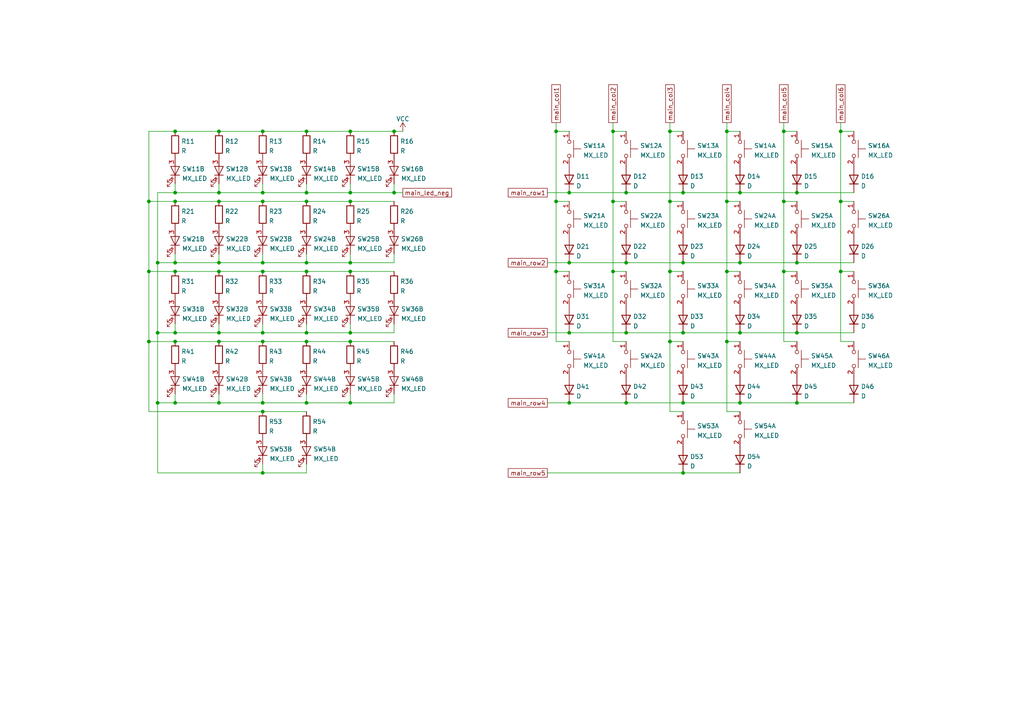
<source format=kicad_sch>
(kicad_sch (version 20210621) (generator eeschema)
  (paper "A4")
  (title_block (title "Manufold v2 Main Matrix") (date "2022-01-18") (rev "A"))
  (lib_symbols
    (symbol "Device:D" (pin_numbers hide) (pin_names (offset 1.016) hide)
      (property "Reference" "D" (at 0 2.54 0))
      (property "Value" "D" (at 0 -2.54 0))
      (symbol "D_0_1"
        (polyline (pts (xy -1.27 1.27) (xy -1.27 -1.27)) (stroke (width 0.254)))
        (polyline (pts (xy 1.27 0) (xy -1.27 0)))
        (polyline (pts (xy 1.27 1.27) (xy 1.27 -1.27) (xy -1.27 0) (xy 1.27 1.27)) (stroke (width 0.254)))
      )
      (symbol "D_1_1"
        (pin passive line (at -3.81 0 0) (length 2.54) (name "K") (number "1"))
        (pin passive line (at 3.81 0 180) (length 2.54) (name "A") (number "2"))
      )
    )
    (symbol "Device:R" (pin_numbers hide) (pin_names (offset 0))
      (property "Reference" "R" (at 2.032 0 90))
      (property "Value" "R" (at 0 0 90))
      (symbol "R_0_1"
        (rectangle (start -1.016 -2.54) (end 1.016 2.54) (stroke (width 0.254)))
      )
      (symbol "R_1_1"
        (pin passive line (at 0 3.81 270) (length 1.27) (name "~") (number "1"))
        (pin passive line (at 0 -3.81 90) (length 1.27) (name "~") (number "2"))
      )
    )
    (symbol "keebio:MX_LED" (pin_names (offset 1.016) hide)
      (property "Reference" "SW" (at 1.651 2.413 0))
      (property "Value" "MX_LED" (at 0 -3.81 0))
      (symbol "MX_LED_1_1"
        (circle (center -2.032 0) (radius 0.508))
        (polyline (pts (xy -2.54 1.27) (xy 2.54 1.27)))
        (polyline (pts (xy 0 1.27) (xy 0 3.429)))
        (circle (center 2.032 0) (radius 0.508))
        (pin passive line (at -5.08 0 0) (length 2.54) (name "1") (number "1"))
        (pin passive line (at 5.08 0 180) (length 2.54) (name "2") (number "2"))
      )
      (symbol "MX_LED_2_1"
        (polyline (pts (xy 1.27 -1.27) (xy 1.27 1.27)) (stroke (width 0.2032)))
        (polyline (pts (xy 1.27 0) (xy -1.27 0)))
        (polyline (pts (xy -1.27 -1.27) (xy -1.27 1.27) (xy 1.27 0) (xy -1.27 -1.27)) (stroke (width 0.2032)))
        (polyline (pts (xy 1.778 -0.762) (xy 3.302 -2.286) (xy 2.54 -2.286) (xy 3.302 -2.286) (xy 3.302 -1.524)))
        (polyline (pts (xy 3.048 -0.762) (xy 4.572 -2.286) (xy 3.81 -2.286) (xy 4.572 -2.286) (xy 4.572 -1.524)))
        (pin passive line (at -3.81 0 0) (length 2.54) (name "3") (number "3"))
        (pin passive line (at 3.81 0 180) (length 2.54) (name "4") (number "4"))
      )
    )
    (symbol "power:VCC" (power) (pin_names (offset 0))
      (property "Value" "VCC" (at 0 3.81 0))
      (symbol "VCC_0_1"
        (polyline (pts (xy -0.762 1.27) (xy 0 2.54)))
        (polyline (pts (xy 0 0) (xy 0 2.54)))
        (polyline (pts (xy 0 2.54) (xy 0.762 1.27)))
      )
      (symbol "VCC_1_1"
        (pin power_in line (at 0 0 90) (length 0) hide (name "VCC") (number "1"))
      )
    )
  )
  (junction (at 76.2 78.74))
  (junction (at 76.2 38.1))
  (junction (at 45.72 76.2))
  (junction (at 181.61 116.84))
  (junction (at 210.82 38.1))
  (junction (at 231.14 96.52))
  (junction (at 165.1 96.52))
  (junction (at 231.14 76.2))
  (junction (at 231.14 55.88))
  (junction (at 161.29 58.42))
  (junction (at 101.6 116.84))
  (junction (at 101.6 99.06))
  (junction (at 50.8 55.88))
  (junction (at 63.5 99.06))
  (junction (at 165.1 55.88))
  (junction (at 88.9 96.52))
  (junction (at 114.3 55.88))
  (junction (at 43.18 78.74))
  (junction (at 43.18 99.06))
  (junction (at 76.2 137.16))
  (junction (at 101.6 76.2))
  (junction (at 63.5 38.1))
  (junction (at 214.63 96.52))
  (junction (at 114.3 38.1))
  (junction (at 165.1 76.2))
  (junction (at 101.6 55.88))
  (junction (at 63.5 76.2))
  (junction (at 198.12 55.88))
  (junction (at 210.82 58.42))
  (junction (at 210.82 99.06))
  (junction (at 88.9 116.84))
  (junction (at 88.9 55.88))
  (junction (at 50.8 78.74))
  (junction (at 76.2 96.52))
  (junction (at 101.6 58.42))
  (junction (at 88.9 38.1))
  (junction (at 50.8 58.42))
  (junction (at 76.2 99.06))
  (junction (at 45.72 96.52))
  (junction (at 76.2 58.42))
  (junction (at 88.9 76.2))
  (junction (at 161.29 38.1))
  (junction (at 231.14 116.84))
  (junction (at 194.31 99.06))
  (junction (at 177.8 78.74))
  (junction (at 181.61 96.52))
  (junction (at 194.31 38.1))
  (junction (at 50.8 116.84))
  (junction (at 227.33 38.1))
  (junction (at 63.5 96.52))
  (junction (at 214.63 116.84))
  (junction (at 194.31 58.42))
  (junction (at 63.5 116.84))
  (junction (at 101.6 96.52))
  (junction (at 198.12 96.52))
  (junction (at 50.8 96.52))
  (junction (at 63.5 55.88))
  (junction (at 76.2 76.2))
  (junction (at 161.29 78.74))
  (junction (at 177.8 38.1))
  (junction (at 177.8 58.42))
  (junction (at 181.61 76.2))
  (junction (at 198.12 76.2))
  (junction (at 243.84 58.42))
  (junction (at 88.9 99.06))
  (junction (at 227.33 78.74))
  (junction (at 50.8 99.06))
  (junction (at 63.5 58.42))
  (junction (at 243.84 78.74))
  (junction (at 243.84 38.1))
  (junction (at 45.72 116.84))
  (junction (at 76.2 55.88))
  (junction (at 198.12 116.84))
  (junction (at 43.18 58.42))
  (junction (at 88.9 58.42))
  (junction (at 227.33 58.42))
  (junction (at 50.8 38.1))
  (junction (at 76.2 119.38))
  (junction (at 50.8 76.2))
  (junction (at 181.61 55.88))
  (junction (at 63.5 78.74))
  (junction (at 101.6 78.74))
  (junction (at 214.63 55.88))
  (junction (at 88.9 78.74))
  (junction (at 76.2 116.84))
  (junction (at 210.82 78.74))
  (junction (at 194.31 78.74))
  (junction (at 214.63 76.2))
  (junction (at 101.6 38.1))
  (junction (at 198.12 137.16))
  (junction (at 165.1 116.84))
  (wire (pts (xy 45.72 137.16) (xy 45.72 116.84)))
  (wire (pts (xy 76.2 137.16) (xy 45.72 137.16)))
  (wire (pts (xy 50.8 58.42) (xy 63.5 58.42)))
  (wire (pts (xy 181.61 96.52) (xy 198.12 96.52)))
  (wire (pts (xy 158.75 55.88) (xy 165.1 55.88)))
  (wire (pts (xy 177.8 38.1) (xy 177.8 58.42)))
  (wire (pts (xy 161.29 78.74) (xy 165.1 78.74)))
  (wire (pts (xy 101.6 38.1) (xy 114.3 38.1)))
  (wire (pts (xy 114.3 55.88) (xy 116.84 55.88)))
  (wire (pts (xy 214.63 76.2) (xy 231.14 76.2)))
  (wire (pts (xy 43.18 38.1) (xy 50.8 38.1)))
  (wire (pts (xy 194.31 38.1) (xy 194.31 58.42)))
  (wire (pts (xy 165.1 116.84) (xy 181.61 116.84)))
  (wire (pts (xy 198.12 96.52) (xy 214.63 96.52)))
  (wire (pts (xy 243.84 78.74) (xy 247.65 78.74)))
  (wire (pts (xy 114.3 114.3) (xy 114.3 116.84)))
  (wire (pts (xy 114.3 73.66) (xy 114.3 76.2)))
  (wire (pts (xy 161.29 35.56) (xy 161.29 38.1)))
  (wire (pts (xy 50.8 53.34) (xy 50.8 55.88)))
  (wire (pts (xy 227.33 78.74) (xy 231.14 78.74)))
  (wire (pts (xy 194.31 58.42) (xy 194.31 78.74)))
  (wire (pts (xy 43.18 78.74) (xy 50.8 78.74)))
  (wire (pts (xy 101.6 58.42) (xy 114.3 58.42)))
  (wire (pts (xy 165.1 76.2) (xy 181.61 76.2)))
  (wire (pts (xy 227.33 58.42) (xy 231.14 58.42)))
  (wire (pts (xy 194.31 78.74) (xy 198.12 78.74)))
  (wire (pts (xy 210.82 58.42) (xy 214.63 58.42)))
  (wire (pts (xy 76.2 99.06) (xy 88.9 99.06)))
  (wire (pts (xy 181.61 76.2) (xy 198.12 76.2)))
  (wire (pts (xy 76.2 78.74) (xy 88.9 78.74)))
  (wire (pts (xy 227.33 58.42) (xy 227.33 78.74)))
  (wire (pts (xy 177.8 58.42) (xy 177.8 78.74)))
  (wire (pts (xy 161.29 99.06) (xy 165.1 99.06)))
  (wire (pts (xy 76.2 134.62) (xy 76.2 137.16)))
  (wire (pts (xy 101.6 78.74) (xy 114.3 78.74)))
  (wire (pts (xy 76.2 58.42) (xy 88.9 58.42)))
  (wire (pts (xy 101.6 73.66) (xy 101.6 76.2)))
  (wire (pts (xy 210.82 99.06) (xy 210.82 119.38)))
  (wire (pts (xy 88.9 99.06) (xy 101.6 99.06)))
  (wire (pts (xy 243.84 35.56) (xy 243.84 38.1)))
  (wire (pts (xy 194.31 78.74) (xy 194.31 99.06)))
  (wire (pts (xy 177.8 35.56) (xy 177.8 38.1)))
  (wire (pts (xy 210.82 38.1) (xy 214.63 38.1)))
  (wire (pts (xy 88.9 53.34) (xy 88.9 55.88)))
  (wire (pts (xy 45.72 96.52) (xy 50.8 96.52)))
  (wire (pts (xy 50.8 96.52) (xy 63.5 96.52)))
  (wire (pts (xy 63.5 96.52) (xy 76.2 96.52)))
  (wire (pts (xy 88.9 96.52) (xy 101.6 96.52)))
  (wire (pts (xy 101.6 96.52) (xy 114.3 96.52)))
  (wire (pts (xy 76.2 96.52) (xy 88.9 96.52)))
  (wire (pts (xy 243.84 58.42) (xy 243.84 78.74)))
  (wire (pts (xy 231.14 96.52) (xy 247.65 96.52)))
  (wire (pts (xy 101.6 114.3) (xy 101.6 116.84)))
  (wire (pts (xy 76.2 93.98) (xy 76.2 96.52)))
  (wire (pts (xy 161.29 58.42) (xy 165.1 58.42)))
  (wire (pts (xy 227.33 38.1) (xy 227.33 58.42)))
  (wire (pts (xy 50.8 99.06) (xy 63.5 99.06)))
  (wire (pts (xy 158.75 76.2) (xy 165.1 76.2)))
  (wire (pts (xy 161.29 38.1) (xy 165.1 38.1)))
  (wire (pts (xy 63.5 114.3) (xy 63.5 116.84)))
  (wire (pts (xy 63.5 53.34) (xy 63.5 55.88)))
  (wire (pts (xy 214.63 96.52) (xy 231.14 96.52)))
  (wire (pts (xy 63.5 78.74) (xy 76.2 78.74)))
  (wire (pts (xy 63.5 38.1) (xy 76.2 38.1)))
  (wire (pts (xy 114.3 38.1) (xy 116.84 38.1)))
  (wire (pts (xy 227.33 99.06) (xy 231.14 99.06)))
  (wire (pts (xy 194.31 38.1) (xy 198.12 38.1)))
  (wire (pts (xy 114.3 93.98) (xy 114.3 96.52)))
  (wire (pts (xy 50.8 73.66) (xy 50.8 76.2)))
  (wire (pts (xy 88.9 73.66) (xy 88.9 76.2)))
  (wire (pts (xy 43.18 99.06) (xy 50.8 99.06)))
  (wire (pts (xy 231.14 76.2) (xy 247.65 76.2)))
  (wire (pts (xy 177.8 78.74) (xy 181.61 78.74)))
  (wire (pts (xy 231.14 55.88) (xy 247.65 55.88)))
  (wire (pts (xy 158.75 116.84) (xy 165.1 116.84)))
  (wire (pts (xy 43.18 58.42) (xy 50.8 58.42)))
  (wire (pts (xy 231.14 116.84) (xy 247.65 116.84)))
  (wire (pts (xy 101.6 53.34) (xy 101.6 55.88)))
  (wire (pts (xy 50.8 114.3) (xy 50.8 116.84)))
  (wire (pts (xy 43.18 119.38) (xy 43.18 99.06)))
  (wire (pts (xy 76.2 119.38) (xy 43.18 119.38)))
  (wire (pts (xy 227.33 38.1) (xy 231.14 38.1)))
  (wire (pts (xy 63.5 58.42) (xy 76.2 58.42)))
  (wire (pts (xy 161.29 78.74) (xy 161.29 99.06)))
  (wire (pts (xy 181.61 116.84) (xy 198.12 116.84)))
  (wire (pts (xy 243.84 38.1) (xy 247.65 38.1)))
  (wire (pts (xy 88.9 38.1) (xy 101.6 38.1)))
  (wire (pts (xy 76.2 53.34) (xy 76.2 55.88)))
  (wire (pts (xy 161.29 38.1) (xy 161.29 58.42)))
  (wire (pts (xy 101.6 99.06) (xy 114.3 99.06)))
  (wire (pts (xy 198.12 137.16) (xy 214.63 137.16)))
  (wire (pts (xy 88.9 78.74) (xy 101.6 78.74)))
  (wire (pts (xy 50.8 78.74) (xy 63.5 78.74)))
  (wire (pts (xy 45.72 116.84) (xy 50.8 116.84)))
  (wire (pts (xy 101.6 93.98) (xy 101.6 96.52)))
  (wire (pts (xy 88.9 114.3) (xy 88.9 116.84)))
  (wire (pts (xy 243.84 38.1) (xy 243.84 58.42)))
  (wire (pts (xy 50.8 93.98) (xy 50.8 96.52)))
  (wire (pts (xy 243.84 99.06) (xy 247.65 99.06)))
  (wire (pts (xy 45.72 55.88) (xy 50.8 55.88)))
  (wire (pts (xy 177.8 38.1) (xy 181.61 38.1)))
  (wire (pts (xy 158.75 137.16) (xy 198.12 137.16)))
  (wire (pts (xy 76.2 119.38) (xy 88.9 119.38)))
  (wire (pts (xy 210.82 99.06) (xy 214.63 99.06)))
  (wire (pts (xy 158.75 96.52) (xy 165.1 96.52)))
  (wire (pts (xy 50.8 38.1) (xy 63.5 38.1)))
  (wire (pts (xy 210.82 35.56) (xy 210.82 38.1)))
  (wire (pts (xy 63.5 73.66) (xy 63.5 76.2)))
  (wire (pts (xy 114.3 53.34) (xy 114.3 55.88)))
  (wire (pts (xy 214.63 55.88) (xy 231.14 55.88)))
  (wire (pts (xy 76.2 137.16) (xy 88.9 137.16)))
  (wire (pts (xy 194.31 99.06) (xy 198.12 99.06)))
  (wire (pts (xy 63.5 93.98) (xy 63.5 96.52)))
  (wire (pts (xy 243.84 78.74) (xy 243.84 99.06)))
  (wire (pts (xy 50.8 116.84) (xy 63.5 116.84)))
  (wire (pts (xy 88.9 116.84) (xy 101.6 116.84)))
  (wire (pts (xy 76.2 116.84) (xy 88.9 116.84)))
  (wire (pts (xy 101.6 116.84) (xy 114.3 116.84)))
  (wire (pts (xy 63.5 116.84) (xy 76.2 116.84)))
  (wire (pts (xy 214.63 116.84) (xy 231.14 116.84)))
  (wire (pts (xy 194.31 119.38) (xy 198.12 119.38)))
  (wire (pts (xy 210.82 119.38) (xy 214.63 119.38)))
  (wire (pts (xy 177.8 99.06) (xy 181.61 99.06)))
  (wire (pts (xy 227.33 35.56) (xy 227.33 38.1)))
  (wire (pts (xy 88.9 134.62) (xy 88.9 137.16)))
  (wire (pts (xy 198.12 55.88) (xy 214.63 55.88)))
  (wire (pts (xy 227.33 78.74) (xy 227.33 99.06)))
  (wire (pts (xy 76.2 73.66) (xy 76.2 76.2)))
  (wire (pts (xy 194.31 35.56) (xy 194.31 38.1)))
  (wire (pts (xy 210.82 58.42) (xy 210.82 78.74)))
  (wire (pts (xy 210.82 38.1) (xy 210.82 58.42)))
  (wire (pts (xy 243.84 58.42) (xy 247.65 58.42)))
  (wire (pts (xy 165.1 55.88) (xy 181.61 55.88)))
  (wire (pts (xy 194.31 99.06) (xy 194.31 119.38)))
  (wire (pts (xy 50.8 55.88) (xy 63.5 55.88)))
  (wire (pts (xy 63.5 55.88) (xy 76.2 55.88)))
  (wire (pts (xy 76.2 55.88) (xy 88.9 55.88)))
  (wire (pts (xy 88.9 55.88) (xy 101.6 55.88)))
  (wire (pts (xy 101.6 55.88) (xy 114.3 55.88)))
  (wire (pts (xy 88.9 93.98) (xy 88.9 96.52)))
  (wire (pts (xy 210.82 78.74) (xy 214.63 78.74)))
  (wire (pts (xy 76.2 38.1) (xy 88.9 38.1)))
  (wire (pts (xy 88.9 58.42) (xy 101.6 58.42)))
  (wire (pts (xy 177.8 78.74) (xy 177.8 99.06)))
  (wire (pts (xy 165.1 96.52) (xy 181.61 96.52)))
  (wire (pts (xy 161.29 58.42) (xy 161.29 78.74)))
  (wire (pts (xy 50.8 76.2) (xy 63.5 76.2)))
  (wire (pts (xy 63.5 76.2) (xy 76.2 76.2)))
  (wire (pts (xy 101.6 76.2) (xy 114.3 76.2)))
  (wire (pts (xy 88.9 76.2) (xy 101.6 76.2)))
  (wire (pts (xy 76.2 76.2) (xy 88.9 76.2)))
  (wire (pts (xy 181.61 55.88) (xy 198.12 55.88)))
  (wire (pts (xy 43.18 38.1) (xy 43.18 58.42)))
  (wire (pts (xy 43.18 58.42) (xy 43.18 78.74)))
  (wire (pts (xy 43.18 78.74) (xy 43.18 99.06)))
  (wire (pts (xy 177.8 58.42) (xy 181.61 58.42)))
  (wire (pts (xy 45.72 76.2) (xy 50.8 76.2)))
  (wire (pts (xy 45.72 55.88) (xy 45.72 76.2)))
  (wire (pts (xy 45.72 76.2) (xy 45.72 96.52)))
  (wire (pts (xy 45.72 96.52) (xy 45.72 116.84)))
  (wire (pts (xy 210.82 78.74) (xy 210.82 99.06)))
  (wire (pts (xy 198.12 116.84) (xy 214.63 116.84)))
  (wire (pts (xy 63.5 99.06) (xy 76.2 99.06)))
  (wire (pts (xy 194.31 58.42) (xy 198.12 58.42)))
  (wire (pts (xy 198.12 76.2) (xy 214.63 76.2)))
  (wire (pts (xy 76.2 114.3) (xy 76.2 116.84)))
  (global_label "main_led_neg" (shape passive) (at 116.84 55.88 0) (property "Intersheet References" "${INTERSHEET_REFS}" (effects hide)))
  (global_label "main_col2" (shape passive) (at 177.8 35.56 90) (property "Intersheet References" "${INTERSHEET_REFS}" (effects hide)))
  (global_label "main_col4" (shape passive) (at 210.82 35.56 90) (property "Intersheet References" "${INTERSHEET_REFS}" (effects hide)))
  (global_label "main_row4" (shape passive) (at 158.75 116.84 180) (property "Intersheet References" "${INTERSHEET_REFS}" (effects hide)))
  (global_label "main_row5" (shape passive) (at 158.75 137.16 180) (property "Intersheet References" "${INTERSHEET_REFS}" (effects hide)))
  (global_label "main_col6" (shape passive) (at 243.84 35.56 90) (property "Intersheet References" "${INTERSHEET_REFS}" (effects hide)))
  (global_label "main_col1" (shape passive) (at 161.29 35.56 90) (property "Intersheet References" "${INTERSHEET_REFS}" (effects hide)))
  (global_label "main_col5" (shape passive) (at 227.33 35.56 90) (property "Intersheet References" "${INTERSHEET_REFS}" (effects hide)))
  (global_label "main_col3" (shape passive) (at 194.31 35.56 90) (property "Intersheet References" "${INTERSHEET_REFS}" (effects hide)))
  (global_label "main_row2" (shape passive) (at 158.75 76.2 180) (property "Intersheet References" "${INTERSHEET_REFS}" (effects hide)))
  (global_label "main_row1" (shape passive) (at 158.75 55.88 180) (property "Intersheet References" "${INTERSHEET_REFS}" (effects hide)))
  (global_label "main_row3" (shape passive) (at 158.75 96.52 180) (property "Intersheet References" "${INTERSHEET_REFS}" (effects hide)))
  (symbol (lib_id "Device:D") (at 231.14 52.07 90) (unit 1)
    (property "Reference" "D15" (at 233.172 51.1615 90) (effects (justify right)))
    (property "Value" "D" (at 233.172 53.9366 90) (effects (justify right)))
    (property "Footprint" "keebio:Diode-dual" (effects hide))
  )
  (symbol (lib_id "keebio:MX_LED") (at 76.2 110.49 270) (unit 2)
    (property "Reference" "SW43" (at 78.2066 109.9624 90) (effects (justify left)))
    (property "Value" "MX_LED" (at 78.2066 112.7375 90) (effects (justify left)))
    (property "Footprint" "keebio:Triple-Dual-1u-LED" (effects hide))
  )
  (symbol (lib_id "Device:D") (at 165.1 72.39 90) (unit 1)
    (property "Reference" "D21" (at 167.132 71.4815 90) (effects (justify right)))
    (property "Value" "D" (at 167.132 74.2566 90) (effects (justify right)))
    (property "Footprint" "keebio:Diode-dual" (effects hide))
  )
  (symbol (lib_id "keebio:MX_LED") (at 50.8 69.85 270) (unit 2)
    (property "Reference" "SW21" (at 52.8066 69.3224 90) (effects (justify left)))
    (property "Value" "MX_LED" (at 52.8066 72.0975 90) (effects (justify left)))
    (property "Footprint" "keebio:Triple-Dual-1u-LED" (effects hide))
  )
  (symbol (lib_id "Device:D") (at 247.65 92.71 90) (unit 1)
    (property "Reference" "D36" (at 249.682 91.8015 90) (effects (justify right)))
    (property "Value" "D" (at 249.682 94.5766 90) (effects (justify right)))
    (property "Footprint" "keebio:Diode-dual" (effects hide))
  )
  (symbol (lib_id "keebio:MX_LED") (at 198.12 83.82 270) (unit 1)
    (property "Reference" "SW33" (at 202.184 82.9115 90) (effects (justify left)))
    (property "Value" "MX_LED" (at 202.184 85.6866 90) (effects (justify left)))
    (property "Footprint" "keebio:Triple-Dual-1u-LED" (effects hide))
  )
  (symbol (lib_id "Device:R") (at 50.8 62.23 0) (unit 1)
    (property "Reference" "R21" (at 52.578 61.3215 0) (effects (justify left)))
    (property "Value" "R" (at 52.578 64.0966 0) (effects (justify left)))
    (property "Footprint" "keebio:Resistor-Hybrid" (effects hide))
  )
  (symbol (lib_id "Device:D") (at 214.63 133.35 90) (unit 1)
    (property "Reference" "D54" (at 216.662 132.4415 90) (effects (justify right)))
    (property "Value" "D" (at 216.662 135.2166 90) (effects (justify right)))
    (property "Footprint" "keebio:Diode-dual" (effects hide))
  )
  (symbol (lib_id "keebio:MX_LED") (at 114.3 110.49 270) (unit 2)
    (property "Reference" "SW46" (at 116.3066 109.9624 90) (effects (justify left)))
    (property "Value" "MX_LED" (at 116.3066 112.7375 90) (effects (justify left)))
    (property "Footprint" "keebio:Triple-Dual-1u-LED" (effects hide))
  )
  (symbol (lib_id "keebio:MX_LED") (at 114.3 90.17 270) (unit 2)
    (property "Reference" "SW36" (at 116.3066 89.6424 90) (effects (justify left)))
    (property "Value" "MX_LED" (at 116.3066 92.4175 90) (effects (justify left)))
    (property "Footprint" "keebio:Triple-Dual-1u-LED" (effects hide))
  )
  (symbol (lib_id "Device:D") (at 198.12 113.03 90) (unit 1)
    (property "Reference" "D43" (at 200.152 112.1215 90) (effects (justify right)))
    (property "Value" "D" (at 200.152 114.8966 90) (effects (justify right)))
    (property "Footprint" "keebio:Diode-dual" (effects hide))
  )
  (symbol (lib_id "keebio:MX_LED") (at 63.5 69.85 270) (unit 2)
    (property "Reference" "SW22" (at 65.5066 69.3224 90) (effects (justify left)))
    (property "Value" "MX_LED" (at 65.5066 72.0975 90) (effects (justify left)))
    (property "Footprint" "keebio:Triple-Dual-1u-LED" (effects hide))
  )
  (symbol (lib_id "keebio:MX_LED") (at 231.14 63.5 270) (unit 1)
    (property "Reference" "SW25" (at 235.204 62.5915 90) (effects (justify left)))
    (property "Value" "MX_LED" (at 235.204 65.3666 90) (effects (justify left)))
    (property "Footprint" "keebio:Triple-Dual-1u-LED" (effects hide))
  )
  (symbol (lib_id "keebio:MX_LED") (at 247.65 63.5 270) (unit 1)
    (property "Reference" "SW26" (at 251.714 62.5915 90) (effects (justify left)))
    (property "Value" "MX_LED" (at 251.714 65.3666 90) (effects (justify left)))
    (property "Footprint" "keebio:Triple-Dual-1u-LED" (effects hide))
  )
  (symbol (lib_id "keebio:MX_LED") (at 88.9 90.17 270) (unit 2)
    (property "Reference" "SW34" (at 90.9066 89.6424 90) (effects (justify left)))
    (property "Value" "MX_LED" (at 90.9066 92.4175 90) (effects (justify left)))
    (property "Footprint" "keebio:Triple-Dual-1u-LED" (effects hide))
  )
  (symbol (lib_id "Device:R") (at 114.3 62.23 0) (unit 1)
    (property "Reference" "R26" (at 116.078 61.3215 0) (effects (justify left)))
    (property "Value" "R" (at 116.078 64.0966 0) (effects (justify left)))
    (property "Footprint" "keebio:Resistor-Hybrid" (effects hide))
  )
  (symbol (lib_id "Device:D") (at 247.65 113.03 90) (unit 1)
    (property "Reference" "D46" (at 249.682 112.1215 90) (effects (justify right)))
    (property "Value" "D" (at 249.682 114.8966 90) (effects (justify right)))
    (property "Footprint" "keebio:Diode-dual" (effects hide))
  )
  (symbol (lib_id "Device:D") (at 181.61 92.71 90) (unit 1)
    (property "Reference" "D32" (at 183.642 91.8015 90) (effects (justify right)))
    (property "Value" "D" (at 183.642 94.5766 90) (effects (justify right)))
    (property "Footprint" "keebio:Diode-dual" (effects hide))
  )
  (symbol (lib_id "keebio:MX_LED") (at 247.65 83.82 270) (unit 1)
    (property "Reference" "SW36" (at 251.714 82.9115 90) (effects (justify left)))
    (property "Value" "MX_LED" (at 251.714 85.6866 90) (effects (justify left)))
    (property "Footprint" "keebio:Triple-Dual-1u-LED" (effects hide))
  )
  (symbol (lib_id "keebio:MX_LED") (at 76.2 90.17 270) (unit 2)
    (property "Reference" "SW33" (at 78.2066 89.6424 90) (effects (justify left)))
    (property "Value" "MX_LED" (at 78.2066 92.4175 90) (effects (justify left)))
    (property "Footprint" "keebio:Triple-Dual-1u-LED" (effects hide))
  )
  (symbol (lib_id "keebio:MX_LED") (at 214.63 83.82 270) (unit 1)
    (property "Reference" "SW34" (at 218.694 82.9115 90) (effects (justify left)))
    (property "Value" "MX_LED" (at 218.694 85.6866 90) (effects (justify left)))
    (property "Footprint" "keebio:Triple-Dual-1u-LED" (effects hide))
  )
  (symbol (lib_id "Device:R") (at 50.8 102.87 0) (unit 1)
    (property "Reference" "R41" (at 52.578 101.9615 0) (effects (justify left)))
    (property "Value" "R" (at 52.578 104.7366 0) (effects (justify left)))
    (property "Footprint" "keebio:Resistor-Hybrid" (effects hide))
  )
  (symbol (lib_id "keebio:MX_LED") (at 181.61 63.5 270) (unit 1)
    (property "Reference" "SW22" (at 185.674 62.5915 90) (effects (justify left)))
    (property "Value" "MX_LED" (at 185.674 65.3666 90) (effects (justify left)))
    (property "Footprint" "keebio:Triple-Dual-1u-LED" (effects hide))
  )
  (symbol (lib_id "Device:R") (at 76.2 82.55 0) (unit 1)
    (property "Reference" "R33" (at 77.978 81.6415 0) (effects (justify left)))
    (property "Value" "R" (at 77.978 84.4166 0) (effects (justify left)))
    (property "Footprint" "keebio:Resistor-Hybrid" (effects hide))
  )
  (symbol (lib_id "Device:D") (at 214.63 52.07 90) (unit 1)
    (property "Reference" "D14" (at 216.662 51.1615 90) (effects (justify right)))
    (property "Value" "D" (at 216.662 53.9366 90) (effects (justify right)))
    (property "Footprint" "keebio:Diode-dual" (effects hide))
  )
  (symbol (lib_id "keebio:MX_LED") (at 76.2 130.81 270) (unit 2)
    (property "Reference" "SW53" (at 78.2066 130.2824 90) (effects (justify left)))
    (property "Value" "MX_LED" (at 78.2066 133.0575 90) (effects (justify left)))
    (property "Footprint" "keebio:Triple-Dual-1u-LED" (effects hide))
  )
  (symbol (lib_id "Device:R") (at 101.6 102.87 0) (unit 1)
    (property "Reference" "R45" (at 103.378 101.9615 0) (effects (justify left)))
    (property "Value" "R" (at 103.378 104.7366 0) (effects (justify left)))
    (property "Footprint" "keebio:Resistor-Hybrid" (effects hide))
  )
  (symbol (lib_id "Device:R") (at 76.2 123.19 0) (unit 1)
    (property "Reference" "R53" (at 77.978 122.2815 0) (effects (justify left)))
    (property "Value" "R" (at 77.978 125.0566 0) (effects (justify left)))
    (property "Footprint" "keebio:Resistor-Hybrid" (effects hide))
  )
  (symbol (lib_id "keebio:MX_LED") (at 231.14 43.18 270) (unit 1)
    (property "Reference" "SW15" (at 235.204 42.2715 90) (effects (justify left)))
    (property "Value" "MX_LED" (at 235.204 45.0466 90) (effects (justify left)))
    (property "Footprint" "keebio:Triple-Dual-1u-LED" (effects hide))
  )
  (symbol (lib_id "Device:R") (at 114.3 82.55 0) (unit 1)
    (property "Reference" "R36" (at 116.078 81.6415 0) (effects (justify left)))
    (property "Value" "R" (at 116.078 84.4166 0) (effects (justify left)))
    (property "Footprint" "keebio:Resistor-Hybrid" (effects hide))
  )
  (symbol (lib_id "Device:D") (at 181.61 52.07 90) (unit 1)
    (property "Reference" "D12" (at 183.642 51.1615 90) (effects (justify right)))
    (property "Value" "D" (at 183.642 53.9366 90) (effects (justify right)))
    (property "Footprint" "keebio:Diode-dual" (effects hide))
  )
  (symbol (lib_id "keebio:MX_LED") (at 231.14 104.14 270) (unit 1)
    (property "Reference" "SW45" (at 235.204 103.2315 90) (effects (justify left)))
    (property "Value" "MX_LED" (at 235.204 106.0066 90) (effects (justify left)))
    (property "Footprint" "keebio:Triple-Dual-1u-LED" (effects hide))
  )
  (symbol (lib_id "keebio:MX_LED") (at 198.12 63.5 270) (unit 1)
    (property "Reference" "SW23" (at 202.184 62.5915 90) (effects (justify left)))
    (property "Value" "MX_LED" (at 202.184 65.3666 90) (effects (justify left)))
    (property "Footprint" "keebio:Triple-Dual-1u-LED" (effects hide))
  )
  (symbol (lib_id "Device:R") (at 101.6 41.91 0) (unit 1)
    (property "Reference" "R15" (at 103.378 41.0015 0) (effects (justify left)))
    (property "Value" "R" (at 103.378 43.7766 0) (effects (justify left)))
    (property "Footprint" "keebio:Resistor-Hybrid" (effects hide))
  )
  (symbol (lib_id "Device:R") (at 63.5 102.87 0) (unit 1)
    (property "Reference" "R42" (at 65.278 101.9615 0) (effects (justify left)))
    (property "Value" "R" (at 65.278 104.7366 0) (effects (justify left)))
    (property "Footprint" "keebio:Resistor-Hybrid" (effects hide))
  )
  (symbol (lib_id "Device:R") (at 63.5 41.91 0) (unit 1)
    (property "Reference" "R12" (at 65.278 41.0015 0) (effects (justify left)))
    (property "Value" "R" (at 65.278 43.7766 0) (effects (justify left)))
    (property "Footprint" "keebio:Resistor-Hybrid" (effects hide))
  )
  (symbol (lib_id "keebio:MX_LED") (at 88.9 110.49 270) (unit 2)
    (property "Reference" "SW44" (at 90.9066 109.9624 90) (effects (justify left)))
    (property "Value" "MX_LED" (at 90.9066 112.7375 90) (effects (justify left)))
    (property "Footprint" "keebio:Triple-Dual-1u-LED" (effects hide))
  )
  (symbol (lib_id "Device:R") (at 88.9 41.91 0) (unit 1)
    (property "Reference" "R14" (at 90.678 41.0015 0) (effects (justify left)))
    (property "Value" "R" (at 90.678 43.7766 0) (effects (justify left)))
    (property "Footprint" "keebio:Resistor-Hybrid" (effects hide))
  )
  (symbol (lib_id "keebio:MX_LED") (at 114.3 69.85 270) (unit 2)
    (property "Reference" "SW26" (at 116.3066 69.3224 90) (effects (justify left)))
    (property "Value" "MX_LED" (at 116.3066 72.0975 90) (effects (justify left)))
    (property "Footprint" "keebio:Triple-Dual-1u-LED" (effects hide))
  )
  (symbol (lib_id "Device:D") (at 198.12 52.07 90) (unit 1)
    (property "Reference" "D13" (at 200.152 51.1615 90) (effects (justify right)))
    (property "Value" "D" (at 200.152 53.9366 90) (effects (justify right)))
    (property "Footprint" "keebio:Diode-dual" (effects hide))
  )
  (symbol (lib_id "Device:D") (at 165.1 113.03 90) (unit 1)
    (property "Reference" "D41" (at 167.132 112.1215 90) (effects (justify right)))
    (property "Value" "D" (at 167.132 114.8966 90) (effects (justify right)))
    (property "Footprint" "keebio:Diode-dual" (effects hide))
  )
  (symbol (lib_id "keebio:MX_LED") (at 165.1 43.18 270) (unit 1)
    (property "Reference" "SW11" (at 169.164 42.2715 90) (effects (justify left)))
    (property "Value" "MX_LED" (at 169.164 45.0466 90) (effects (justify left)))
    (property "Footprint" "keebio:Triple-Dual-1u-LED" (effects hide))
  )
  (symbol (lib_id "Device:R") (at 63.5 62.23 0) (unit 1)
    (property "Reference" "R22" (at 65.278 61.3215 0) (effects (justify left)))
    (property "Value" "R" (at 65.278 64.0966 0) (effects (justify left)))
    (property "Footprint" "keebio:Resistor-Hybrid" (effects hide))
  )
  (symbol (lib_id "keebio:MX_LED") (at 181.61 104.14 270) (unit 1)
    (property "Reference" "SW42" (at 185.674 103.2315 90) (effects (justify left)))
    (property "Value" "MX_LED" (at 185.674 106.0066 90) (effects (justify left)))
    (property "Footprint" "keebio:Triple-Dual-1u-LED" (effects hide))
  )
  (symbol (lib_id "keebio:MX_LED") (at 247.65 43.18 270) (unit 1)
    (property "Reference" "SW16" (at 251.714 42.2715 90) (effects (justify left)))
    (property "Value" "MX_LED" (at 251.714 45.0466 90) (effects (justify left)))
    (property "Footprint" "keebio:Triple-Dual-1u-LED" (effects hide))
  )
  (symbol (lib_id "Device:R") (at 76.2 62.23 0) (unit 1)
    (property "Reference" "R23" (at 77.978 61.3215 0) (effects (justify left)))
    (property "Value" "R" (at 77.978 64.0966 0) (effects (justify left)))
    (property "Footprint" "keebio:Resistor-Hybrid" (effects hide))
  )
  (symbol (lib_id "keebio:MX_LED") (at 214.63 43.18 270) (unit 1)
    (property "Reference" "SW14" (at 218.694 42.2715 90) (effects (justify left)))
    (property "Value" "MX_LED" (at 218.694 45.0466 90) (effects (justify left)))
    (property "Footprint" "keebio:Triple-Dual-1u-LED" (effects hide))
  )
  (symbol (lib_id "keebio:MX_LED") (at 231.14 83.82 270) (unit 1)
    (property "Reference" "SW35" (at 235.204 82.9115 90) (effects (justify left)))
    (property "Value" "MX_LED" (at 235.204 85.6866 90) (effects (justify left)))
    (property "Footprint" "keebio:Triple-Dual-1u-LED" (effects hide))
  )
  (symbol (lib_id "Device:R") (at 101.6 62.23 0) (unit 1)
    (property "Reference" "R25" (at 103.378 61.3215 0) (effects (justify left)))
    (property "Value" "R" (at 103.378 64.0966 0) (effects (justify left)))
    (property "Footprint" "keebio:Resistor-Hybrid" (effects hide))
  )
  (symbol (lib_id "Device:R") (at 63.5 82.55 0) (unit 1)
    (property "Reference" "R32" (at 65.278 81.6415 0) (effects (justify left)))
    (property "Value" "R" (at 65.278 84.4166 0) (effects (justify left)))
    (property "Footprint" "keebio:Resistor-Hybrid" (effects hide))
  )
  (symbol (lib_id "Device:R") (at 50.8 82.55 0) (unit 1)
    (property "Reference" "R31" (at 52.578 81.6415 0) (effects (justify left)))
    (property "Value" "R" (at 52.578 84.4166 0) (effects (justify left)))
    (property "Footprint" "keebio:Resistor-Hybrid" (effects hide))
  )
  (symbol (lib_id "Device:D") (at 214.63 113.03 90) (unit 1)
    (property "Reference" "D44" (at 216.662 112.1215 90) (effects (justify right)))
    (property "Value" "D" (at 216.662 114.8966 90) (effects (justify right)))
    (property "Footprint" "keebio:Diode-dual" (effects hide))
  )
  (symbol (lib_id "keebio:MX_LED") (at 76.2 69.85 270) (unit 2)
    (property "Reference" "SW23" (at 78.2066 69.3224 90) (effects (justify left)))
    (property "Value" "MX_LED" (at 78.2066 72.0975 90) (effects (justify left)))
    (property "Footprint" "keebio:Triple-Dual-1u-LED" (effects hide))
  )
  (symbol (lib_id "Device:D") (at 198.12 72.39 90) (unit 1)
    (property "Reference" "D23" (at 200.152 71.4815 90) (effects (justify right)))
    (property "Value" "D" (at 200.152 74.2566 90) (effects (justify right)))
    (property "Footprint" "keebio:Diode-dual" (effects hide))
  )
  (symbol (lib_id "Device:D") (at 247.65 72.39 90) (unit 1)
    (property "Reference" "D26" (at 249.682 71.4815 90) (effects (justify right)))
    (property "Value" "D" (at 249.682 74.2566 90) (effects (justify right)))
    (property "Footprint" "keebio:Diode-dual" (effects hide))
  )
  (symbol (lib_id "keebio:MX_LED") (at 101.6 110.49 270) (unit 2)
    (property "Reference" "SW45" (at 103.6066 109.9624 90) (effects (justify left)))
    (property "Value" "MX_LED" (at 103.6066 112.7375 90) (effects (justify left)))
    (property "Footprint" "keebio:Triple-Dual-1u-LED" (effects hide))
  )
  (symbol (lib_id "keebio:MX_LED") (at 101.6 90.17 270) (unit 2)
    (property "Reference" "SW35" (at 103.6066 89.6424 90) (effects (justify left)))
    (property "Value" "MX_LED" (at 103.6066 92.4175 90) (effects (justify left)))
    (property "Footprint" "keebio:Triple-Dual-1u-LED" (effects hide))
  )
  (symbol (lib_id "Device:R") (at 114.3 102.87 0) (unit 1)
    (property "Reference" "R46" (at 116.078 101.9615 0) (effects (justify left)))
    (property "Value" "R" (at 116.078 104.7366 0) (effects (justify left)))
    (property "Footprint" "keebio:Resistor-Hybrid" (effects hide))
  )
  (symbol (lib_id "keebio:MX_LED") (at 247.65 104.14 270) (unit 1)
    (property "Reference" "SW46" (at 251.714 103.2315 90) (effects (justify left)))
    (property "Value" "MX_LED" (at 251.714 106.0066 90) (effects (justify left)))
    (property "Footprint" "keebio:Triple-Dual-1u-LED" (effects hide))
  )
  (symbol (lib_id "keebio:MX_LED") (at 165.1 104.14 270) (unit 1)
    (property "Reference" "SW41" (at 169.164 103.2315 90) (effects (justify left)))
    (property "Value" "MX_LED" (at 169.164 106.0066 90) (effects (justify left)))
    (property "Footprint" "keebio:Triple-Dual-1u-LED" (effects hide))
  )
  (symbol (lib_id "Device:R") (at 88.9 102.87 0) (unit 1)
    (property "Reference" "R44" (at 90.678 101.9615 0) (effects (justify left)))
    (property "Value" "R" (at 90.678 104.7366 0) (effects (justify left)))
    (property "Footprint" "keebio:Resistor-Hybrid" (effects hide))
  )
  (symbol (lib_id "keebio:MX_LED") (at 63.5 49.53 270) (unit 2)
    (property "Reference" "SW12" (at 65.5066 49.0024 90) (effects (justify left)))
    (property "Value" "MX_LED" (at 65.5066 51.7775 90) (effects (justify left)))
    (property "Footprint" "keebio:Triple-Dual-1u-LED" (effects hide))
  )
  (symbol (lib_id "keebio:MX_LED") (at 181.61 43.18 270) (unit 1)
    (property "Reference" "SW12" (at 185.674 42.2715 90) (effects (justify left)))
    (property "Value" "MX_LED" (at 185.674 45.0466 90) (effects (justify left)))
    (property "Footprint" "keebio:Triple-Dual-1u-LED" (effects hide))
  )
  (symbol (lib_id "keebio:MX_LED") (at 198.12 104.14 270) (unit 1)
    (property "Reference" "SW43" (at 202.184 103.2315 90) (effects (justify left)))
    (property "Value" "MX_LED" (at 202.184 106.0066 90) (effects (justify left)))
    (property "Footprint" "keebio:Triple-Dual-1u-LED" (effects hide))
  )
  (symbol (lib_id "keebio:MX_LED") (at 198.12 124.46 270) (unit 1)
    (property "Reference" "SW53" (at 202.184 123.5515 90) (effects (justify left)))
    (property "Value" "MX_LED" (at 202.184 126.3266 90) (effects (justify left)))
    (property "Footprint" "keebio:Triple-Dual-1u-LED" (effects hide))
  )
  (symbol (lib_id "keebio:MX_LED") (at 101.6 69.85 270) (unit 2)
    (property "Reference" "SW25" (at 103.6066 69.3224 90) (effects (justify left)))
    (property "Value" "MX_LED" (at 103.6066 72.0975 90) (effects (justify left)))
    (property "Footprint" "keebio:Triple-Dual-1u-LED" (effects hide))
  )
  (symbol (lib_id "Device:D") (at 165.1 52.07 90) (unit 1)
    (property "Reference" "D11" (at 167.132 51.1615 90) (effects (justify right)))
    (property "Value" "D" (at 167.132 53.9366 90) (effects (justify right)))
    (property "Footprint" "keebio:Diode-dual" (effects hide))
  )
  (symbol (lib_id "Device:R") (at 88.9 62.23 0) (unit 1)
    (property "Reference" "R24" (at 90.678 61.3215 0) (effects (justify left)))
    (property "Value" "R" (at 90.678 64.0966 0) (effects (justify left)))
    (property "Footprint" "keebio:Resistor-Hybrid" (effects hide))
  )
  (symbol (lib_id "keebio:MX_LED") (at 50.8 110.49 270) (unit 2)
    (property "Reference" "SW41" (at 52.8066 109.9624 90) (effects (justify left)))
    (property "Value" "MX_LED" (at 52.8066 112.7375 90) (effects (justify left)))
    (property "Footprint" "keebio:Triple-Dual-1u-LED" (effects hide))
  )
  (symbol (lib_id "keebio:MX_LED") (at 181.61 83.82 270) (unit 1)
    (property "Reference" "SW32" (at 185.674 82.9115 90) (effects (justify left)))
    (property "Value" "MX_LED" (at 185.674 85.6866 90) (effects (justify left)))
    (property "Footprint" "keebio:Triple-Dual-1u-LED" (effects hide))
  )
  (symbol (lib_id "Device:R") (at 76.2 41.91 0) (unit 1)
    (property "Reference" "R13" (at 77.978 41.0015 0) (effects (justify left)))
    (property "Value" "R" (at 77.978 43.7766 0) (effects (justify left)))
    (property "Footprint" "keebio:Resistor-Hybrid" (effects hide))
  )
  (symbol (lib_id "keebio:MX_LED") (at 63.5 90.17 270) (unit 2)
    (property "Reference" "SW32" (at 65.5066 89.6424 90) (effects (justify left)))
    (property "Value" "MX_LED" (at 65.5066 92.4175 90) (effects (justify left)))
    (property "Footprint" "keebio:Triple-Dual-1u-LED" (effects hide))
  )
  (symbol (lib_id "Device:D") (at 165.1 92.71 90) (unit 1)
    (property "Reference" "D31" (at 167.132 91.8015 90) (effects (justify right)))
    (property "Value" "D" (at 167.132 94.5766 90) (effects (justify right)))
    (property "Footprint" "keebio:Diode-dual" (effects hide))
  )
  (symbol (lib_id "keebio:MX_LED") (at 88.9 69.85 270) (unit 2)
    (property "Reference" "SW24" (at 90.9066 69.3224 90) (effects (justify left)))
    (property "Value" "MX_LED" (at 90.9066 72.0975 90) (effects (justify left)))
    (property "Footprint" "keebio:Triple-Dual-1u-LED" (effects hide))
  )
  (symbol (lib_id "keebio:MX_LED") (at 214.63 104.14 270) (unit 1)
    (property "Reference" "SW44" (at 218.694 103.2315 90) (effects (justify left)))
    (property "Value" "MX_LED" (at 218.694 106.0066 90) (effects (justify left)))
    (property "Footprint" "keebio:Triple-Dual-1u-LED" (effects hide))
  )
  (symbol (lib_id "keebio:MX_LED") (at 101.6 49.53 270) (unit 2)
    (property "Reference" "SW15" (at 103.6066 49.0024 90) (effects (justify left)))
    (property "Value" "MX_LED" (at 103.6066 51.7775 90) (effects (justify left)))
    (property "Footprint" "keebio:Triple-Dual-1u-LED" (effects hide))
  )
  (symbol (lib_id "keebio:MX_LED") (at 76.2 49.53 270) (unit 2)
    (property "Reference" "SW13" (at 78.2066 49.0024 90) (effects (justify left)))
    (property "Value" "MX_LED" (at 78.2066 51.7775 90) (effects (justify left)))
    (property "Footprint" "keebio:Triple-Dual-1u-LED" (effects hide))
  )
  (symbol (lib_id "power:VCC") (at 116.84 38.1 0) (unit 1)
    (property "Reference" "#PWR0116" (effects hide))
    (property "Value" "VCC" (at 116.84 34.4955 0))
  )
  (symbol (lib_id "keebio:MX_LED") (at 50.8 90.17 270) (unit 2)
    (property "Reference" "SW31" (at 52.8066 89.6424 90) (effects (justify left)))
    (property "Value" "MX_LED" (at 52.8066 92.4175 90) (effects (justify left)))
    (property "Footprint" "keebio:Triple-Dual-1u-LED" (effects hide))
  )
  (symbol (lib_id "Device:D") (at 214.63 92.71 90) (unit 1)
    (property "Reference" "D34" (at 216.662 91.8015 90) (effects (justify right)))
    (property "Value" "D" (at 216.662 94.5766 90) (effects (justify right)))
    (property "Footprint" "keebio:Diode-dual" (effects hide))
  )
  (symbol (lib_id "keebio:MX_LED") (at 198.12 43.18 270) (unit 1)
    (property "Reference" "SW13" (at 202.184 42.2715 90) (effects (justify left)))
    (property "Value" "MX_LED" (at 202.184 45.0466 90) (effects (justify left)))
    (property "Footprint" "keebio:Triple-Dual-1u-LED" (effects hide))
  )
  (symbol (lib_id "keebio:MX_LED") (at 214.63 63.5 270) (unit 1)
    (property "Reference" "SW24" (at 218.694 62.5915 90) (effects (justify left)))
    (property "Value" "MX_LED" (at 218.694 65.3666 90) (effects (justify left)))
    (property "Footprint" "keebio:Triple-Dual-1u-LED" (effects hide))
  )
  (symbol (lib_id "Device:R") (at 114.3 41.91 0) (unit 1)
    (property "Reference" "R16" (at 116.078 41.0015 0) (effects (justify left)))
    (property "Value" "R" (at 116.078 43.7766 0) (effects (justify left)))
    (property "Footprint" "keebio:Resistor-Hybrid" (effects hide))
  )
  (symbol (lib_id "Device:D") (at 198.12 92.71 90) (unit 1)
    (property "Reference" "D33" (at 200.152 91.8015 90) (effects (justify right)))
    (property "Value" "D" (at 200.152 94.5766 90) (effects (justify right)))
    (property "Footprint" "keebio:Diode-dual" (effects hide))
  )
  (symbol (lib_id "keebio:MX_LED") (at 88.9 49.53 270) (unit 2)
    (property "Reference" "SW14" (at 90.9066 49.0024 90) (effects (justify left)))
    (property "Value" "MX_LED" (at 90.9066 51.7775 90) (effects (justify left)))
    (property "Footprint" "keebio:Triple-Dual-1u-LED" (effects hide))
  )
  (symbol (lib_id "Device:R") (at 76.2 102.87 0) (unit 1)
    (property "Reference" "R43" (at 77.978 101.9615 0) (effects (justify left)))
    (property "Value" "R" (at 77.978 104.7366 0) (effects (justify left)))
    (property "Footprint" "keebio:Resistor-Hybrid" (effects hide))
  )
  (symbol (lib_id "keebio:MX_LED") (at 165.1 83.82 270) (unit 1)
    (property "Reference" "SW31" (at 169.164 82.9115 90) (effects (justify left)))
    (property "Value" "MX_LED" (at 169.164 85.6866 90) (effects (justify left)))
    (property "Footprint" "keebio:Triple-Dual-1u-LED" (effects hide))
  )
  (symbol (lib_id "Device:D") (at 231.14 72.39 90) (unit 1)
    (property "Reference" "D25" (at 233.172 71.4815 90) (effects (justify right)))
    (property "Value" "D" (at 233.172 74.2566 90) (effects (justify right)))
    (property "Footprint" "keebio:Diode-dual" (effects hide))
  )
  (symbol (lib_id "Device:D") (at 181.61 113.03 90) (unit 1)
    (property "Reference" "D42" (at 183.642 112.1215 90) (effects (justify right)))
    (property "Value" "D" (at 183.642 114.8966 90) (effects (justify right)))
    (property "Footprint" "keebio:Diode-dual" (effects hide))
  )
  (symbol (lib_id "Device:D") (at 181.61 72.39 90) (unit 1)
    (property "Reference" "D22" (at 183.642 71.4815 90) (effects (justify right)))
    (property "Value" "D" (at 183.642 74.2566 90) (effects (justify right)))
    (property "Footprint" "keebio:Diode-dual" (effects hide))
  )
  (symbol (lib_id "keebio:MX_LED") (at 214.63 124.46 270) (unit 1)
    (property "Reference" "SW54" (at 218.694 123.5515 90) (effects (justify left)))
    (property "Value" "MX_LED" (at 218.694 126.3266 90) (effects (justify left)))
    (property "Footprint" "keebio:Triple-Dual-1u-LED" (effects hide))
  )
  (symbol (lib_id "Device:R") (at 88.9 123.19 0) (unit 1)
    (property "Reference" "R54" (at 90.678 122.2815 0) (effects (justify left)))
    (property "Value" "R" (at 90.678 125.0566 0) (effects (justify left)))
    (property "Footprint" "keebio:Resistor-Hybrid" (effects hide))
  )
  (symbol (lib_id "keebio:MX_LED") (at 88.9 130.81 270) (unit 2)
    (property "Reference" "SW54" (at 90.9066 130.2824 90) (effects (justify left)))
    (property "Value" "MX_LED" (at 90.9066 133.0575 90) (effects (justify left)))
    (property "Footprint" "keebio:Triple-Dual-1u-LED" (effects hide))
  )
  (symbol (lib_id "Device:D") (at 231.14 92.71 90) (unit 1)
    (property "Reference" "D35" (at 233.172 91.8015 90) (effects (justify right)))
    (property "Value" "D" (at 233.172 94.5766 90) (effects (justify right)))
    (property "Footprint" "keebio:Diode-dual" (effects hide))
  )
  (symbol (lib_id "keebio:MX_LED") (at 63.5 110.49 270) (unit 2)
    (property "Reference" "SW42" (at 65.5066 109.9624 90) (effects (justify left)))
    (property "Value" "MX_LED" (at 65.5066 112.7375 90) (effects (justify left)))
    (property "Footprint" "keebio:Triple-Dual-1u-LED" (effects hide))
  )
  (symbol (lib_id "Device:D") (at 231.14 113.03 90) (unit 1)
    (property "Reference" "D45" (at 233.172 112.1215 90) (effects (justify right)))
    (property "Value" "D" (at 233.172 114.8966 90) (effects (justify right)))
    (property "Footprint" "keebio:Diode-dual" (effects hide))
  )
  (symbol (lib_id "keebio:MX_LED") (at 114.3 49.53 270) (unit 2)
    (property "Reference" "SW16" (at 116.3066 49.0024 90) (effects (justify left)))
    (property "Value" "MX_LED" (at 116.3066 51.7775 90) (effects (justify left)))
    (property "Footprint" "keebio:Triple-Dual-1u-LED" (effects hide))
  )
  (symbol (lib_id "keebio:MX_LED") (at 165.1 63.5 270) (unit 1)
    (property "Reference" "SW21" (at 169.164 62.5915 90) (effects (justify left)))
    (property "Value" "MX_LED" (at 169.164 65.3666 90) (effects (justify left)))
    (property "Footprint" "keebio:Triple-Dual-1u-LED" (effects hide))
  )
  (symbol (lib_id "Device:R") (at 88.9 82.55 0) (unit 1)
    (property "Reference" "R34" (at 90.678 81.6415 0) (effects (justify left)))
    (property "Value" "R" (at 90.678 84.4166 0) (effects (justify left)))
    (property "Footprint" "keebio:Resistor-Hybrid" (effects hide))
  )
  (symbol (lib_id "Device:R") (at 101.6 82.55 0) (unit 1)
    (property "Reference" "R35" (at 103.378 81.6415 0) (effects (justify left)))
    (property "Value" "R" (at 103.378 84.4166 0) (effects (justify left)))
    (property "Footprint" "keebio:Resistor-Hybrid" (effects hide))
  )
  (symbol (lib_id "Device:R") (at 50.8 41.91 0) (unit 1)
    (property "Reference" "R11" (at 52.578 41.0015 0) (effects (justify left)))
    (property "Value" "R" (at 52.578 43.7766 0) (effects (justify left)))
    (property "Footprint" "keebio:Resistor-Hybrid" (effects hide))
  )
  (symbol (lib_id "Device:D") (at 214.63 72.39 90) (unit 1)
    (property "Reference" "D24" (at 216.662 71.4815 90) (effects (justify right)))
    (property "Value" "D" (at 216.662 74.2566 90) (effects (justify right)))
    (property "Footprint" "keebio:Diode-dual" (effects hide))
  )
  (symbol (lib_id "keebio:MX_LED") (at 50.8 49.53 270) (unit 2)
    (property "Reference" "SW11" (at 52.8066 49.0024 90) (effects (justify left)))
    (property "Value" "MX_LED" (at 52.8066 51.7775 90) (effects (justify left)))
    (property "Footprint" "keebio:Triple-Dual-1u-LED" (effects hide))
  )
  (symbol (lib_id "Device:D") (at 247.65 52.07 90) (unit 1)
    (property "Reference" "D16" (at 249.682 51.1615 90) (effects (justify right)))
    (property "Value" "D" (at 249.682 53.9366 90) (effects (justify right)))
    (property "Footprint" "keebio:Diode-dual" (effects hide))
  )
  (symbol (lib_id "Device:D") (at 198.12 133.35 90) (unit 1)
    (property "Reference" "D53" (at 200.152 132.4415 90) (effects (justify right)))
    (property "Value" "D" (at 200.152 135.2166 90) (effects (justify right)))
    (property "Footprint" "keebio:Diode-dual" (effects hide))
  )
)
</source>
